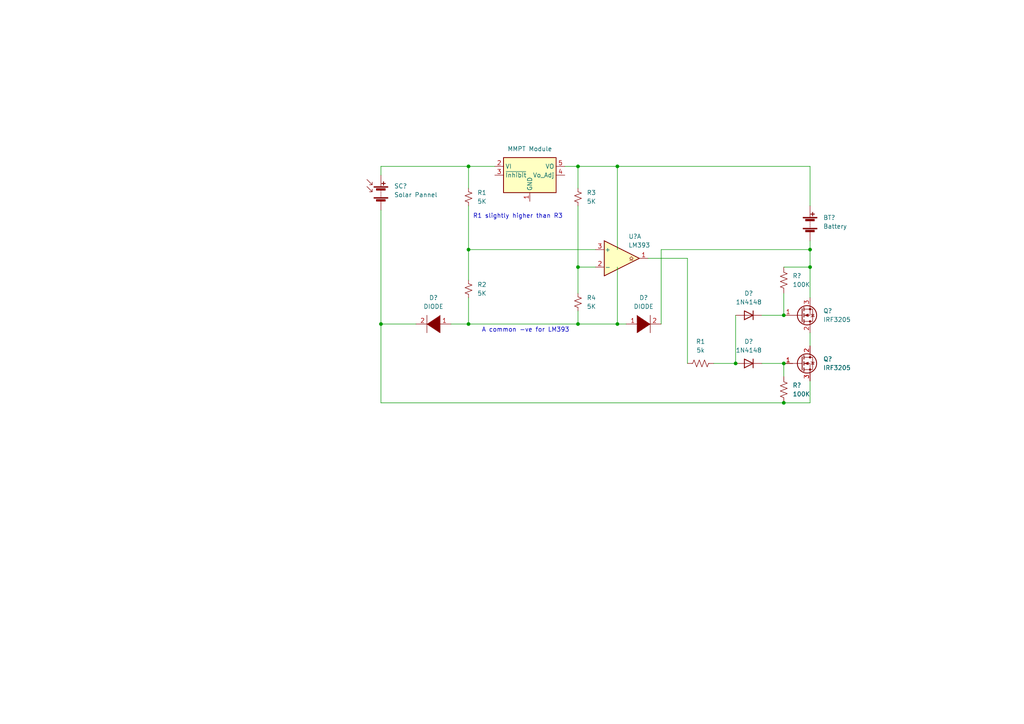
<source format=kicad_sch>
(kicad_sch (version 20211123) (generator eeschema)
  (paper "A4")
  (lib_symbols
    (symbol "Comparator:LM393" (pin_names (offset 0.127))
      (property "Reference" "U" (at 3.81 3.81 0))
      (property "Value" "LM393" (at 6.35 -3.81 0))
      (symbol "LM393_1_1"
        (polyline (pts (xy -5.08 5.08) (xy 5.08 0) (xy -5.08 -5.08) (xy -5.08 5.08)) (stroke (width 0.254)) (fill (type background)))
        (polyline (pts (xy 3.302 -0.508) (xy 2.794 -0.508) (xy 3.302 0) (xy 2.794 0.508) (xy 2.286 0) (xy 2.794 -0.508) (xy 2.286 -0.508)) (stroke (width 0.127)))
        (pin open_collector line (at 7.62 0 180) (length 2.54) (name "~") (number "1"))
        (pin input line (at -7.62 -2.54 0) (length 2.54) (name "-") (number "2"))
        (pin input line (at -7.62 2.54 0) (length 2.54) (name "+") (number "3"))
      )
      (symbol "LM393_2_1"
        (polyline (pts (xy -5.08 5.08) (xy 5.08 0) (xy -5.08 -5.08) (xy -5.08 5.08)) (stroke (width 0.254)) (fill (type background)))
        (polyline (pts (xy 3.302 -0.508) (xy 2.794 -0.508) (xy 3.302 0) (xy 2.794 0.508) (xy 2.286 0) (xy 2.794 -0.508) (xy 2.286 -0.508)) (stroke (width 0.127)))
        (pin input line (at -7.62 2.54 0) (length 2.54) (name "+") (number "5"))
        (pin input line (at -7.62 -2.54 0) (length 2.54) (name "_") (number "6"))
        (pin open_collector line (at 7.62 0 180) (length 2.54) (name "~") (number "7"))
      )
      (symbol "LM393_3_1"
        (pin power_in line (at -2.54 -7.62 90) (length 3.81) (name "V-") (number "4"))
        (pin power_in line (at -2.54 7.62 270) (length 3.81) (name "V+") (number "8"))
      )
    )
    (symbol "Converter_DCDC:PTN78000H_EUS-5"
      (property "Reference" "U" (at -6.35 6.35 0))
      (property "Value" "PTN78000H_EUS-5" (at 3.81 6.35 0))
      (symbol "PTN78000H_EUS-5_0_1"
        (rectangle (start -7.62 5.08) (end 7.62 -5.08) (stroke (width 0.254)) (fill (type background)))
      )
      (symbol "PTN78000H_EUS-5_1_1"
        (pin power_in line (at 0 -7.62 90) (length 2.54) (name "GND") (number "1"))
        (pin power_in line (at -10.16 2.54 0) (length 2.54) (name "VI") (number "2"))
        (pin input line (at -10.16 0 0) (length 2.54) (name "~{Inhibit}") (number "3"))
        (pin output line (at 10.16 0 180) (length 2.54) (name "Vo_Adj") (number "4"))
        (pin power_out line (at 10.16 2.54 180) (length 2.54) (name "VO") (number "5"))
      )
    )
    (symbol "Device:Battery" (pin_numbers hide) (pin_names (offset 0) hide)
      (property "Reference" "BT" (at 2.54 2.54 0))
      (property "Value" "Battery" (at 2.54 0 0))
      (symbol "Battery_0_1"
        (rectangle (start -2.032 -1.397) (end 2.032 -1.651) (fill (type outline)))
        (rectangle (start -2.032 1.778) (end 2.032 1.524) (fill (type outline)))
        (rectangle (start -1.3208 -1.9812) (end 1.27 -2.4892) (fill (type outline)))
        (rectangle (start -1.3208 1.1938) (end 1.27 0.6858) (fill (type outline)))
        (polyline (pts (xy 0 -1.524) (xy 0 -1.27)))
        (polyline (pts (xy 0 -1.016) (xy 0 -0.762)))
        (polyline (pts (xy 0 -0.508) (xy 0 -0.254)))
        (polyline (pts (xy 0 0) (xy 0 0.254)))
        (polyline (pts (xy 0 0.508) (xy 0 0.762)))
        (polyline (pts (xy 0 1.778) (xy 0 2.54)))
        (polyline (pts (xy 0.254 2.667) (xy 1.27 2.667)) (stroke (width 0.254)))
        (polyline (pts (xy 0.762 3.175) (xy 0.762 2.159)) (stroke (width 0.254)))
      )
      (symbol "Battery_1_1"
        (pin passive line (at 0 5.08 270) (length 2.54) (name "+") (number "1"))
        (pin passive line (at 0 -5.08 90) (length 2.54) (name "-") (number "2"))
      )
    )
    (symbol "Device:R_Small_US" (pin_numbers hide) (pin_names (offset 0.254) hide)
      (property "Reference" "R" (at 0.762 0.508 0))
      (property "Value" "R_Small_US" (at 0.762 -1.016 0))
      (symbol "R_Small_US_1_1"
        (polyline (pts (xy 0 0) (xy 1.016 -0.381) (xy 0 -0.762) (xy -1.016 -1.143) (xy 0 -1.524)))
        (polyline (pts (xy 0 1.524) (xy 1.016 1.143) (xy 0 0.762) (xy -1.016 0.381) (xy 0 0)))
        (pin passive line (at 0 2.54 270) (length 1.016) (name "~") (number "1"))
        (pin passive line (at 0 -2.54 90) (length 1.016) (name "~") (number "2"))
      )
    )
    (symbol "Device:R_US" (pin_numbers hide) (pin_names (offset 0))
      (property "Reference" "R" (at 2.54 0 90))
      (property "Value" "R_US" (at -2.54 0 90))
      (symbol "R_US_0_1"
        (polyline (pts (xy 0 -2.286) (xy 0 -2.54)))
        (polyline (pts (xy 0 2.286) (xy 0 2.54)))
        (polyline (pts (xy 0 -0.762) (xy 1.016 -1.143) (xy 0 -1.524) (xy -1.016 -1.905) (xy 0 -2.286)))
        (polyline (pts (xy 0 0.762) (xy 1.016 0.381) (xy 0 0) (xy -1.016 -0.381) (xy 0 -0.762)))
        (polyline (pts (xy 0 2.286) (xy 1.016 1.905) (xy 0 1.524) (xy -1.016 1.143) (xy 0 0.762)))
      )
      (symbol "R_US_1_1"
        (pin passive line (at 0 3.81 270) (length 1.27) (name "~") (number "1"))
        (pin passive line (at 0 -3.81 90) (length 1.27) (name "~") (number "2"))
      )
    )
    (symbol "Device:Solar_Cells" (pin_numbers hide) (pin_names (offset 0) hide)
      (property "Reference" "SC" (at 2.54 2.54 0))
      (property "Value" "Solar_Cells" (at 2.54 0 0))
      (symbol "Solar_Cells_0_1"
        (rectangle (start -2.032 -1.397) (end 2.032 -1.651) (fill (type outline)))
        (rectangle (start -2.032 1.778) (end 2.032 1.524) (fill (type outline)))
        (rectangle (start -1.3208 -1.9812) (end 1.27 -2.4892) (fill (type outline)))
        (rectangle (start -1.3208 1.1938) (end 1.27 0.6858) (fill (type outline)))
        (polyline (pts (xy -2.54 0.254) (xy -4.064 1.778)))
        (polyline (pts (xy -2.54 2.286) (xy -4.064 3.81)))
        (polyline (pts (xy 0 -1.524) (xy 0 -1.27)))
        (polyline (pts (xy 0 -1.016) (xy 0 -0.762)))
        (polyline (pts (xy 0 -0.508) (xy 0 -0.254)))
        (polyline (pts (xy 0 0) (xy 0 0.254)))
        (polyline (pts (xy 0 0.508) (xy 0 0.762)))
        (polyline (pts (xy 0 1.778) (xy 0 2.54)))
        (polyline (pts (xy 0.254 2.667) (xy 1.27 2.667)) (stroke (width 0.254)))
        (polyline (pts (xy 0.762 3.175) (xy 0.762 2.159)) (stroke (width 0.254)))
        (polyline (pts (xy -2.54 1.016) (xy -2.54 0.254) (xy -3.302 0.254)))
        (polyline (pts (xy -2.54 3.048) (xy -2.54 2.286) (xy -3.302 2.286)))
      )
      (symbol "Solar_Cells_1_1"
        (pin passive line (at 0 5.08 270) (length 2.54) (name "+") (number "1"))
        (pin passive line (at 0 -5.08 90) (length 2.54) (name "-") (number "2"))
      )
    )
    (symbol "Diode:1N4148" (pin_numbers hide) (pin_names (offset 1.016) hide)
      (property "Reference" "D" (at 0 2.54 0))
      (property "Value" "1N4148" (at 0 -2.54 0))
      (symbol "1N4148_0_1"
        (polyline (pts (xy -1.27 1.27) (xy -1.27 -1.27)) (stroke (width 0.254)))
        (polyline (pts (xy 1.27 0) (xy -1.27 0)))
        (polyline (pts (xy 1.27 1.27) (xy 1.27 -1.27) (xy -1.27 0) (xy 1.27 1.27)) (stroke (width 0.254)))
      )
      (symbol "1N4148_1_1"
        (pin passive line (at -3.81 0 0) (length 2.54) (name "K") (number "1"))
        (pin passive line (at 3.81 0 180) (length 2.54) (name "A") (number "2"))
      )
    )
    (symbol "Transistor_FET:IRF3205" (pin_names hide)
      (property "Reference" "Q" (at 6.35 1.905 0))
      (property "Value" "IRF3205" (at 6.35 0 0))
      (symbol "IRF3205_0_1"
        (polyline (pts (xy 0.254 0) (xy -2.54 0)))
        (polyline (pts (xy 0.254 1.905) (xy 0.254 -1.905)) (stroke (width 0.254)))
        (polyline (pts (xy 0.762 -1.27) (xy 0.762 -2.286)) (stroke (width 0.254)))
        (polyline (pts (xy 0.762 0.508) (xy 0.762 -0.508)) (stroke (width 0.254)))
        (polyline (pts (xy 0.762 2.286) (xy 0.762 1.27)) (stroke (width 0.254)))
        (polyline (pts (xy 2.54 2.54) (xy 2.54 1.778)))
        (polyline (pts (xy 2.54 -2.54) (xy 2.54 0) (xy 0.762 0)))
        (polyline (pts (xy 0.762 -1.778) (xy 3.302 -1.778) (xy 3.302 1.778) (xy 0.762 1.778)))
        (polyline (pts (xy 1.016 0) (xy 2.032 0.381) (xy 2.032 -0.381) (xy 1.016 0)) (fill (type outline)))
        (polyline (pts (xy 2.794 0.508) (xy 2.921 0.381) (xy 3.683 0.381) (xy 3.81 0.254)))
        (polyline (pts (xy 3.302 0.381) (xy 2.921 -0.254) (xy 3.683 -0.254) (xy 3.302 0.381)))
        (circle (center 1.651 0) (radius 2.794) (stroke (width 0.254)))
        (circle (center 2.54 -1.778) (radius 0.254) (fill (type outline)))
        (circle (center 2.54 1.778) (radius 0.254) (fill (type outline)))
      )
      (symbol "IRF3205_1_1"
        (pin input line (at -5.08 0 0) (length 2.54) (name "G") (number "1"))
        (pin passive line (at 2.54 5.08 270) (length 2.54) (name "D") (number "2"))
        (pin passive line (at 2.54 -5.08 90) (length 2.54) (name "S") (number "3"))
      )
    )
    (symbol "pspice:DIODE" (pin_names (offset 1.016) hide)
      (property "Reference" "D" (at 0 3.81 0))
      (property "Value" "DIODE" (at 0 -4.445 0))
      (symbol "DIODE_0_1"
        (polyline (pts (xy 1.905 2.54) (xy 1.905 -2.54)))
        (polyline (pts (xy -1.905 2.54) (xy -1.905 -2.54) (xy 1.905 0)) (fill (type outline)))
      )
      (symbol "DIODE_1_1"
        (pin input line (at -5.08 0 0) (length 3.81) (name "K") (number "1"))
        (pin input line (at 5.08 0 180) (length 3.81) (name "A") (number "2"))
      )
    )
  )
  (junction (at 227.33 105.41))
  (junction (at 110.49 93.98))
  (junction (at 234.95 77.47))
  (junction (at 135.89 48.26))
  (junction (at 167.64 48.26))
  (junction (at 213.36 105.41))
  (junction (at 135.89 72.39))
  (junction (at 179.07 48.26))
  (junction (at 179.07 93.98))
  (junction (at 135.89 93.98))
  (junction (at 167.64 93.98))
  (junction (at 234.95 72.39))
  (junction (at 227.33 116.84))
  (junction (at 167.64 77.47))
  (junction (at 227.33 91.44))
  (wire (pts (xy 110.49 116.84) (xy 227.33 116.84)))
  (wire (pts (xy 220.98 105.41) (xy 227.33 105.41)))
  (wire (pts (xy 110.49 48.26) (xy 135.89 48.26)))
  (wire (pts (xy 135.89 48.26) (xy 135.89 54.61)))
  (wire (pts (xy 167.64 93.98) (xy 179.07 93.98)))
  (wire (pts (xy 135.89 72.39) (xy 135.89 81.28)))
  (wire (pts (xy 167.64 90.17) (xy 167.64 93.98)))
  (wire (pts (xy 234.95 96.52) (xy 234.95 100.33)))
  (wire (pts (xy 191.77 93.98) (xy 191.77 72.39)))
  (wire (pts (xy 179.07 48.26) (xy 179.07 72.39)))
  (wire (pts (xy 135.89 48.26) (xy 143.51 48.26)))
  (wire (pts (xy 167.64 54.61) (xy 167.64 48.26)))
  (wire (pts (xy 227.33 77.47) (xy 234.95 77.47)))
  (wire (pts (xy 234.95 77.47) (xy 234.95 86.36)))
  (wire (pts (xy 234.95 69.85) (xy 234.95 72.39)))
  (wire (pts (xy 227.33 85.09) (xy 227.33 91.44)))
  (wire (pts (xy 179.07 93.98) (xy 181.61 93.98)))
  (wire (pts (xy 135.89 93.98) (xy 167.64 93.98)))
  (wire (pts (xy 110.49 50.8) (xy 110.49 48.26)))
  (wire (pts (xy 227.33 105.41) (xy 227.33 109.22)))
  (wire (pts (xy 110.49 93.98) (xy 120.65 93.98)))
  (wire (pts (xy 167.64 59.69) (xy 167.64 77.47)))
  (wire (pts (xy 213.36 91.44) (xy 213.36 105.41)))
  (wire (pts (xy 199.39 74.93) (xy 199.39 105.41)))
  (wire (pts (xy 167.64 77.47) (xy 167.64 85.09)))
  (wire (pts (xy 234.95 72.39) (xy 234.95 77.47)))
  (wire (pts (xy 135.89 86.36) (xy 135.89 93.98)))
  (wire (pts (xy 179.07 48.26) (xy 234.95 48.26)))
  (wire (pts (xy 163.83 48.26) (xy 167.64 48.26)))
  (wire (pts (xy 179.07 77.47) (xy 179.07 93.98)))
  (wire (pts (xy 187.96 74.93) (xy 199.39 74.93)))
  (wire (pts (xy 167.64 48.26) (xy 179.07 48.26)))
  (wire (pts (xy 135.89 72.39) (xy 172.72 72.39)))
  (wire (pts (xy 110.49 93.98) (xy 110.49 116.84)))
  (wire (pts (xy 234.95 116.84) (xy 234.95 110.49)))
  (wire (pts (xy 135.89 59.69) (xy 135.89 72.39)))
  (wire (pts (xy 220.98 91.44) (xy 227.33 91.44)))
  (wire (pts (xy 167.64 77.47) (xy 172.72 77.47)))
  (wire (pts (xy 110.49 60.96) (xy 110.49 93.98)))
  (wire (pts (xy 207.01 105.41) (xy 213.36 105.41)))
  (wire (pts (xy 227.33 116.84) (xy 234.95 116.84)))
  (wire (pts (xy 130.81 93.98) (xy 135.89 93.98)))
  (wire (pts (xy 191.77 72.39) (xy 234.95 72.39)))
  (wire (pts (xy 234.95 48.26) (xy 234.95 59.69)))
  (text "R1 slightly higher than R3" (at 137.16 63.5 0) (effects (font (size 1.27 1.27)) (justify left bottom)))
  (text "A common -ve for LM393" (at 139.7 96.52 0) (effects (font (size 1.27 1.27)) (justify left bottom)))
  (symbol (lib_id "Diode:1N4148") (at 217.17 91.44 180) (unit 1)
    (property "Reference" "D?" (at 217.17 85.09 0))
    (property "Value" "1N4148" (at 217.17 87.63 0))
    (property "Footprint" "Diode_THT:D_DO-35_SOD27_P7.62mm_Horizontal" (effects hide))
    (property "Datasheet" "https://assets.nexperia.com/documents/data-sheet/1N4148_1N4448.pdf" (effects hide))
  )
  (symbol (lib_id "pspice:DIODE") (at 125.73 93.98 0) (mirror y) (unit 1)
    (property "Reference" "D?" (at 125.73 86.36 0))
    (property "Value" "DIODE" (at 125.73 88.9 0))
  )
  (symbol (lib_id "Device:R_Small_US") (at 135.89 57.15 0) (unit 1)
    (property "Reference" "R1" (at 138.43 55.8799 0) (effects (justify left)))
    (property "Value" "5K" (at 138.43 58.4199 0) (effects (justify left)))
  )
  (symbol (lib_id "Device:R_Small_US") (at 135.89 83.82 0) (unit 1)
    (property "Reference" "R2" (at 138.43 82.5499 0) (effects (justify left)))
    (property "Value" "5K" (at 138.43 85.0899 0) (effects (justify left)))
  )
  (symbol (lib_id "Transistor_FET:IRF3205") (at 232.41 105.41 0) (unit 1)
    (property "Reference" "Q?" (at 238.76 104.1399 0) (effects (justify left)))
    (property "Value" "IRF3205" (at 238.76 106.6799 0) (effects (justify left)))
    (property "Footprint" "Package_TO_SOT_THT:TO-220-3_Vertical" (effects hide))
    (property "Datasheet" "http://www.irf.com/product-info/datasheets/data/irf3205.pdf" (effects hide))
  )
  (symbol (lib_id "Comparator:LM393") (at 180.34 74.93 0) (unit 1)
    (property "Reference" "U?" (at 184.15 68.58 0))
    (property "Value" "LM393" (at 185.42 71.12 0))
    (property "Datasheet" "http://www.ti.com/lit/ds/symlink/lm393.pdf" (effects hide))
  )
  (symbol (lib_id "Transistor_FET:IRF3205") (at 232.41 91.44 0) (mirror x) (unit 1)
    (property "Reference" "Q?" (at 238.76 90.1699 0) (effects (justify left)))
    (property "Value" "IRF3205" (at 238.76 92.7099 0) (effects (justify left)))
    (property "Footprint" "Package_TO_SOT_THT:TO-220-3_Vertical" (effects hide))
    (property "Datasheet" "http://www.irf.com/product-info/datasheets/data/irf3205.pdf" (effects hide))
  )
  (symbol (lib_id "Device:Battery") (at 234.95 64.77 0) (unit 1)
    (property "Reference" "BT?" (at 238.76 63.1189 0) (effects (justify left)))
    (property "Value" "Battery" (at 238.76 65.6589 0) (effects (justify left)))
  )
  (symbol (lib_id "pspice:DIODE") (at 186.69 93.98 0) (unit 1)
    (property "Reference" "D?" (at 186.69 86.36 0))
    (property "Value" "DIODE" (at 186.69 88.9 0))
  )
  (symbol (lib_id "Device:R_Small_US") (at 167.64 87.63 0) (unit 1)
    (property "Reference" "R4" (at 170.18 86.3599 0) (effects (justify left)))
    (property "Value" "5K" (at 170.18 88.8999 0) (effects (justify left)))
  )
  (symbol (lib_id "Converter_DCDC:PTN78000H_EUS-5") (at 153.67 50.8 0) (unit 1)
    (property "Reference" "U?" (effects hide))
    (property "Value" "MMPT Module" (at 153.67 43.18 0))
    (property "Footprint" "Module:Texas_EUS_R-PDSS-T5_THT" (effects hide))
    (property "Datasheet" "https://www.ti.com/lit/ds/symlink/ptn78000w.pdf" (effects hide))
  )
  (symbol (lib_id "Device:R_US") (at 203.2 105.41 90) (unit 1)
    (property "Reference" "R1" (at 203.2 99.06 90))
    (property "Value" "5k" (at 203.2 101.6 90))
  )
  (symbol (lib_id "Diode:1N4148") (at 217.17 105.41 180) (unit 1)
    (property "Reference" "D?" (at 217.17 99.06 0))
    (property "Value" "1N4148" (at 217.17 101.6 0))
    (property "Footprint" "Diode_THT:D_DO-35_SOD27_P7.62mm_Horizontal" (effects hide))
    (property "Datasheet" "https://assets.nexperia.com/documents/data-sheet/1N4148_1N4448.pdf" (effects hide))
  )
  (symbol (lib_id "Device:R_US") (at 227.33 113.03 0) (unit 1)
    (property "Reference" "R?" (at 229.87 111.7599 0) (effects (justify left)))
    (property "Value" "100K" (at 229.87 114.2999 0) (effects (justify left)))
  )
  (symbol (lib_id "Device:Solar_Cells") (at 110.49 55.88 0) (unit 1)
    (property "Reference" "SC?" (at 114.3 53.9749 0) (effects (justify left)))
    (property "Value" "Solar Pannel" (at 114.3 56.5149 0) (effects (justify left)))
  )
  (symbol (lib_id "Device:R_Small_US") (at 167.64 57.15 0) (unit 1)
    (property "Reference" "R3" (at 170.18 55.8799 0) (effects (justify left)))
    (property "Value" "5K" (at 170.18 58.4199 0) (effects (justify left)))
  )
  (symbol (lib_id "Device:R_US") (at 227.33 81.28 0) (unit 1)
    (property "Reference" "R?" (at 229.87 80.0099 0) (effects (justify left)))
    (property "Value" "100K" (at 229.87 82.55 0) (effects (justify left)))
  )
)
</source>
